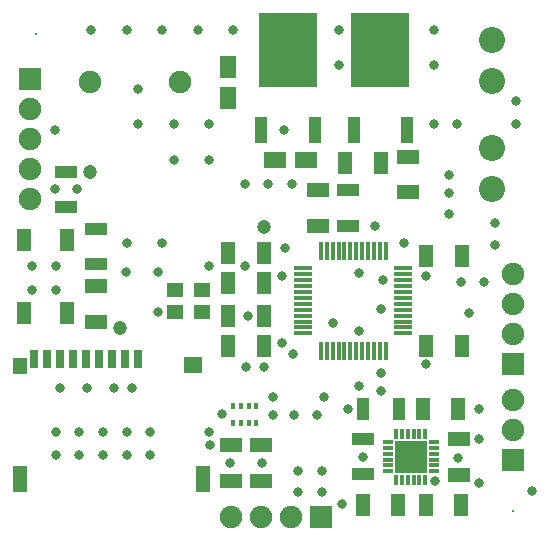
<source format=gts>
G04*
G04 #@! TF.GenerationSoftware,Altium Limited,Altium Designer,22.1.2 (22)*
G04*
G04 Layer_Color=8388736*
%FSLAX25Y25*%
%MOIN*%
G70*
G04*
G04 #@! TF.SameCoordinates,916DC4FC-BA67-46E0-AC62-78C5DE96CB0C*
G04*
G04*
G04 #@! TF.FilePolarity,Negative*
G04*
G01*
G75*
%ADD31R,0.02756X0.06299*%
%ADD32R,0.04724X0.05512*%
%ADD33R,0.04724X0.08661*%
%ADD34R,0.06299X0.05512*%
%ADD35R,0.05236X0.07480*%
%ADD36R,0.04331X0.08661*%
%ADD37R,0.19685X0.24803*%
%ADD38R,0.07480X0.04921*%
%ADD39R,0.07480X0.05236*%
%ADD40R,0.04921X0.07480*%
%ADD41R,0.07480X0.04331*%
%ADD42R,0.01575X0.06102*%
%ADD43R,0.06102X0.01575*%
%ADD44R,0.05512X0.04724*%
%ADD45R,0.11024X0.10630*%
%ADD46R,0.01378X0.03543*%
%ADD47R,0.03543X0.01378*%
%ADD48R,0.04331X0.07480*%
%ADD49R,0.01772X0.02362*%
%ADD50R,0.04724X0.07480*%
%ADD51C,0.07493*%
%ADD52R,0.07493X0.07493*%
%ADD53R,0.07493X0.07493*%
%ADD54C,0.00800*%
%ADD55C,0.08674*%
%ADD56C,0.03300*%
%ADD57C,0.03162*%
%ADD58C,0.04737*%
D31*
X43244Y59548D02*
D03*
X38913D02*
D03*
X34583D02*
D03*
X30252D02*
D03*
X25921D02*
D03*
X21590D02*
D03*
X17260D02*
D03*
X12929D02*
D03*
X8598D02*
D03*
D32*
X3874Y57186D02*
D03*
D33*
Y19784D02*
D03*
X64898Y19784D02*
D03*
D34*
X61354Y57580D02*
D03*
D35*
X73000Y146685D02*
D03*
Y157000D02*
D03*
D03*
D36*
X84047Y136000D02*
D03*
X102000D02*
D03*
X115000D02*
D03*
X132953D02*
D03*
D37*
X93024Y162575D02*
D03*
X123976D02*
D03*
D38*
X132999Y115190D02*
D03*
Y127001D02*
D03*
X103001Y115810D02*
D03*
Y103999D02*
D03*
X150001Y21094D02*
D03*
Y32905D02*
D03*
X74000Y19000D02*
D03*
Y30811D02*
D03*
X29000Y72000D02*
D03*
Y83811D02*
D03*
X84096Y19011D02*
D03*
Y30822D02*
D03*
D39*
X88685Y126000D02*
D03*
X99000D02*
D03*
D03*
D40*
X124000Y125000D02*
D03*
X112189D02*
D03*
X85001Y73999D02*
D03*
X73190D02*
D03*
Y64001D02*
D03*
X85001D02*
D03*
X73190Y95000D02*
D03*
X85001D02*
D03*
X73190Y85001D02*
D03*
X85001D02*
D03*
X151000Y94000D02*
D03*
X139189D02*
D03*
X151000Y64000D02*
D03*
X139189D02*
D03*
X129811Y11095D02*
D03*
X118000D02*
D03*
X138999Y11094D02*
D03*
X150810D02*
D03*
X137999Y42999D02*
D03*
X149810D02*
D03*
D41*
X113028Y115792D02*
D03*
Y103981D02*
D03*
X118000Y33098D02*
D03*
Y21287D02*
D03*
X29000Y103000D02*
D03*
Y91189D02*
D03*
X19000Y110287D02*
D03*
Y122098D02*
D03*
D42*
X104078Y95633D02*
D03*
X106046D02*
D03*
X108015D02*
D03*
X109984D02*
D03*
X111952D02*
D03*
X113920D02*
D03*
X115889D02*
D03*
X117858D02*
D03*
X119826D02*
D03*
X121794D02*
D03*
X123763D02*
D03*
X125732D02*
D03*
Y62365D02*
D03*
X123763D02*
D03*
X121794D02*
D03*
X119826D02*
D03*
X117858D02*
D03*
X115889D02*
D03*
X113920D02*
D03*
X111952D02*
D03*
X109984D02*
D03*
X108015D02*
D03*
X106046D02*
D03*
X104078D02*
D03*
D43*
X131539Y89826D02*
D03*
Y87858D02*
D03*
Y85889D02*
D03*
Y83921D02*
D03*
Y81952D02*
D03*
Y79984D02*
D03*
Y78015D02*
D03*
Y76047D02*
D03*
Y74078D02*
D03*
Y72110D02*
D03*
Y70141D02*
D03*
Y68173D02*
D03*
X98271D02*
D03*
Y70141D02*
D03*
Y72110D02*
D03*
Y74078D02*
D03*
Y76047D02*
D03*
Y78015D02*
D03*
Y79984D02*
D03*
Y81952D02*
D03*
Y83921D02*
D03*
Y85889D02*
D03*
Y87858D02*
D03*
Y89826D02*
D03*
D44*
X64536Y75310D02*
D03*
X55524Y75246D02*
D03*
X64519Y82754D02*
D03*
X55463D02*
D03*
D45*
X134000Y27095D02*
D03*
D46*
X129079Y34772D02*
D03*
X131047D02*
D03*
X133016D02*
D03*
X134984D02*
D03*
X136953D02*
D03*
X138921D02*
D03*
Y19417D02*
D03*
X136953D02*
D03*
X134984D02*
D03*
X133016D02*
D03*
X131047D02*
D03*
X129079D02*
D03*
D47*
X141677Y32016D02*
D03*
Y30047D02*
D03*
Y28079D02*
D03*
Y26110D02*
D03*
Y24142D02*
D03*
Y22173D02*
D03*
X126323D02*
D03*
Y24142D02*
D03*
Y26110D02*
D03*
Y28079D02*
D03*
Y30047D02*
D03*
Y32016D02*
D03*
D48*
X130098Y43000D02*
D03*
X118287D02*
D03*
D49*
X74874Y38271D02*
D03*
X77433D02*
D03*
X79992D02*
D03*
X82551D02*
D03*
X82559Y44000D02*
D03*
X80000D02*
D03*
X77441D02*
D03*
X74874Y43979D02*
D03*
D50*
X19567Y75000D02*
D03*
Y99410D02*
D03*
X5000D02*
D03*
Y75000D02*
D03*
D51*
X74000Y7000D02*
D03*
X94000D02*
D03*
X84000D02*
D03*
X7000Y113000D02*
D03*
Y123000D02*
D03*
Y143000D02*
D03*
Y133000D02*
D03*
X168000Y88000D02*
D03*
Y68000D02*
D03*
Y78000D02*
D03*
Y46000D02*
D03*
Y36000D02*
D03*
X57000Y152000D02*
D03*
X27079D02*
D03*
D52*
X104000Y7000D02*
D03*
D53*
X7000Y153000D02*
D03*
X168000Y58000D02*
D03*
Y26000D02*
D03*
D54*
X9000Y168000D02*
D03*
X168000Y9000D02*
D03*
D55*
X161000Y166000D02*
D03*
Y152220D02*
D03*
Y130000D02*
D03*
Y116220D02*
D03*
D56*
X174436Y15683D02*
D03*
X104515Y15127D02*
D03*
X96377D02*
D03*
X116735Y50696D02*
D03*
X118211Y27077D02*
D03*
X15551Y135870D02*
D03*
X78993Y56958D02*
D03*
X91244Y87291D02*
D03*
X94812Y61195D02*
D03*
X92157Y96543D02*
D03*
X131888Y98442D02*
D03*
X153543Y74803D02*
D03*
X79749Y73928D02*
D03*
X142066Y18832D02*
D03*
X91695Y135943D02*
D03*
X78740Y118110D02*
D03*
X86614D02*
D03*
X94488D02*
D03*
X169291Y145669D02*
D03*
Y137795D02*
D03*
X149606D02*
D03*
X141732D02*
D03*
Y157480D02*
D03*
Y169291D02*
D03*
X110236Y157480D02*
D03*
Y169291D02*
D03*
X74803D02*
D03*
X62992D02*
D03*
X51181D02*
D03*
X39370D02*
D03*
X27559D02*
D03*
X43307Y149606D02*
D03*
X66929Y125984D02*
D03*
X55118D02*
D03*
X66929Y137795D02*
D03*
X55118D02*
D03*
X43307D02*
D03*
X162279Y97531D02*
D03*
Y105118D02*
D03*
X146765Y107916D02*
D03*
Y114995D02*
D03*
Y121056D02*
D03*
X158465Y85264D02*
D03*
X150928D02*
D03*
X22702Y116352D02*
D03*
X15594D02*
D03*
X15748Y90551D02*
D03*
Y82677D02*
D03*
X7874D02*
D03*
Y90551D02*
D03*
X15748Y27559D02*
D03*
X23622D02*
D03*
X31496D02*
D03*
X39370D02*
D03*
X47244D02*
D03*
Y35433D02*
D03*
X39370D02*
D03*
X31496D02*
D03*
X23622D02*
D03*
X15748D02*
D03*
X156933Y18271D02*
D03*
Y33005D02*
D03*
Y43045D02*
D03*
X149972Y26754D02*
D03*
X102672Y40982D02*
D03*
X111285Y11196D02*
D03*
X104515Y22193D02*
D03*
X96377D02*
D03*
X84460Y24946D02*
D03*
X73877Y24839D02*
D03*
X66929Y35433D02*
D03*
X71230Y41293D02*
D03*
X116839Y69062D02*
D03*
X124103Y76284D02*
D03*
X116882Y88178D02*
D03*
X108131Y71611D02*
D03*
X78740Y90551D02*
D03*
X66929D02*
D03*
X51181Y98425D02*
D03*
X39370D02*
D03*
X39160Y88739D02*
D03*
X49840D02*
D03*
X49894Y75185D02*
D03*
D57*
X139244Y87247D02*
D03*
X41000Y50000D02*
D03*
X67000Y31000D02*
D03*
X113000Y43000D02*
D03*
X124000Y55000D02*
D03*
Y49000D02*
D03*
X139000Y58000D02*
D03*
X85000Y57000D02*
D03*
X91000Y65000D02*
D03*
X122000Y104000D02*
D03*
X124917Y85855D02*
D03*
X35000Y50000D02*
D03*
X26000D02*
D03*
X17000D02*
D03*
X95000Y41000D02*
D03*
X88000D02*
D03*
X105000Y47000D02*
D03*
X88000D02*
D03*
D58*
X85039Y103584D02*
D03*
X37000Y70000D02*
D03*
X27000Y122000D02*
D03*
M02*

</source>
